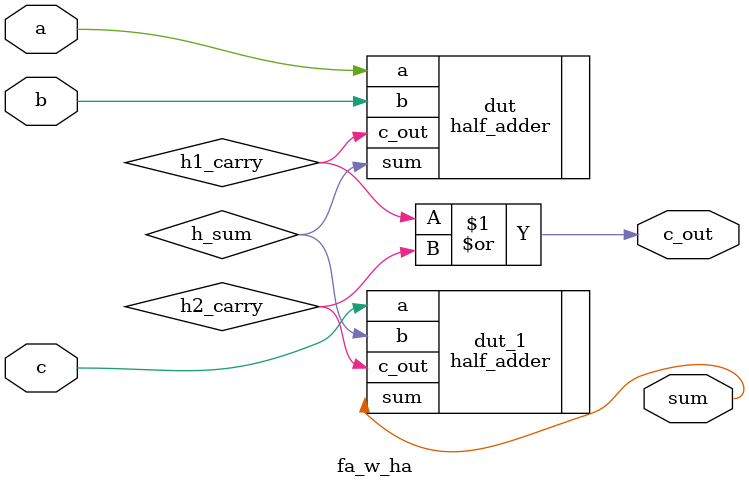
<source format=v>
`timescale 1ns / 1ps


module fa_w_ha(a,b,c,sum, c_out);
input a, b,c;
output sum, c_out;
wire h_sum, h1_carry,h2_carry;
half_adder dut(.a(a),.b(b),.sum(h_sum),.c_out(h1_carry));
half_adder dut_1(.a(c), .b(h_sum), .sum(sum), .c_out(h2_carry));
assign c_out = h1_carry | h2_carry;


endmodule

</source>
